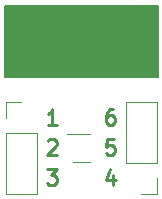
<source format=gbr>
%TF.GenerationSoftware,KiCad,Pcbnew,5.1.7-a382d34a8~87~ubuntu20.04.1*%
%TF.CreationDate,2020-11-06T18:29:30+02:00*%
%TF.ProjectId,BRK-SC-70-6,42524b2d-5343-42d3-9730-2d362e6b6963,v1.0*%
%TF.SameCoordinates,Original*%
%TF.FileFunction,Legend,Top*%
%TF.FilePolarity,Positive*%
%FSLAX46Y46*%
G04 Gerber Fmt 4.6, Leading zero omitted, Abs format (unit mm)*
G04 Created by KiCad (PCBNEW 5.1.7-a382d34a8~87~ubuntu20.04.1) date 2020-11-06 18:29:30*
%MOMM*%
%LPD*%
G01*
G04 APERTURE LIST*
%ADD10C,0.250000*%
%ADD11C,0.150000*%
%ADD12C,0.120000*%
G04 APERTURE END LIST*
D10*
X102716071Y-96748095D02*
X102468452Y-96748095D01*
X102344642Y-96810000D01*
X102282738Y-96871904D01*
X102158928Y-97057619D01*
X102097023Y-97305238D01*
X102097023Y-97800476D01*
X102158928Y-97924285D01*
X102220833Y-97986190D01*
X102344642Y-98048095D01*
X102592261Y-98048095D01*
X102716071Y-97986190D01*
X102777976Y-97924285D01*
X102839880Y-97800476D01*
X102839880Y-97490952D01*
X102777976Y-97367142D01*
X102716071Y-97305238D01*
X102592261Y-97243333D01*
X102344642Y-97243333D01*
X102220833Y-97305238D01*
X102158928Y-97367142D01*
X102097023Y-97490952D01*
X102777976Y-99288095D02*
X102158928Y-99288095D01*
X102097023Y-99907142D01*
X102158928Y-99845238D01*
X102282738Y-99783333D01*
X102592261Y-99783333D01*
X102716071Y-99845238D01*
X102777976Y-99907142D01*
X102839880Y-100030952D01*
X102839880Y-100340476D01*
X102777976Y-100464285D01*
X102716071Y-100526190D01*
X102592261Y-100588095D01*
X102282738Y-100588095D01*
X102158928Y-100526190D01*
X102097023Y-100464285D01*
X102716071Y-102261428D02*
X102716071Y-103128095D01*
X102406547Y-101766190D02*
X102097023Y-102694761D01*
X102901785Y-102694761D01*
X97098214Y-101828095D02*
X97902976Y-101828095D01*
X97469642Y-102323333D01*
X97655357Y-102323333D01*
X97779166Y-102385238D01*
X97841071Y-102447142D01*
X97902976Y-102570952D01*
X97902976Y-102880476D01*
X97841071Y-103004285D01*
X97779166Y-103066190D01*
X97655357Y-103128095D01*
X97283928Y-103128095D01*
X97160119Y-103066190D01*
X97098214Y-103004285D01*
X97160119Y-99411904D02*
X97222023Y-99350000D01*
X97345833Y-99288095D01*
X97655357Y-99288095D01*
X97779166Y-99350000D01*
X97841071Y-99411904D01*
X97902976Y-99535714D01*
X97902976Y-99659523D01*
X97841071Y-99845238D01*
X97098214Y-100588095D01*
X97902976Y-100588095D01*
X97902976Y-98048095D02*
X97160119Y-98048095D01*
X97531547Y-98048095D02*
X97531547Y-96748095D01*
X97407738Y-96933809D01*
X97283928Y-97057619D01*
X97160119Y-97119523D01*
D11*
G36*
X106480000Y-93970000D02*
G01*
X93520000Y-93970000D01*
X93520000Y-87970000D01*
X106480000Y-87970000D01*
X106480000Y-93970000D01*
G37*
X106480000Y-93970000D02*
X93520000Y-93970000D01*
X93520000Y-87970000D01*
X106480000Y-87970000D01*
X106480000Y-93970000D01*
D12*
%TO.C,J2*%
X106410000Y-96130000D02*
X103750000Y-96130000D01*
X106410000Y-101270000D02*
X106410000Y-96130000D01*
X103750000Y-101270000D02*
X103750000Y-96130000D01*
X106410000Y-101270000D02*
X103750000Y-101270000D01*
X106410000Y-102540000D02*
X106410000Y-103870000D01*
X106410000Y-103870000D02*
X105080000Y-103870000D01*
%TO.C,J1*%
X93590000Y-103870000D02*
X96250000Y-103870000D01*
X93590000Y-98730000D02*
X93590000Y-103870000D01*
X96250000Y-98730000D02*
X96250000Y-103870000D01*
X93590000Y-98730000D02*
X96250000Y-98730000D01*
X93590000Y-97460000D02*
X93590000Y-96130000D01*
X93590000Y-96130000D02*
X94920000Y-96130000D01*
%TO.C,U1*%
X100700000Y-98840000D02*
X98800000Y-98840000D01*
X99300000Y-101160000D02*
X100700000Y-101160000D01*
%TD*%
M02*

</source>
